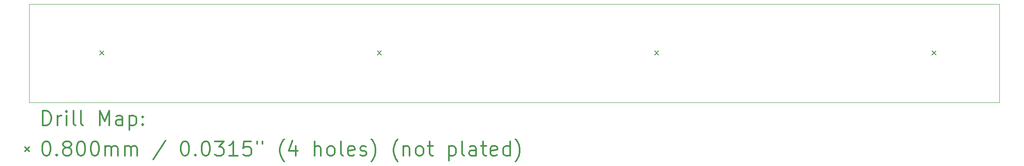
<source format=gbr>
%FSLAX45Y45*%
G04 Gerber Fmt 4.5, Leading zero omitted, Abs format (unit mm)*
G04 Created by KiCad (PCBNEW 5.1.10-88a1d61d58~88~ubuntu18.04.1) date 2021-09-30 10:21:13*
%MOMM*%
%LPD*%
G01*
G04 APERTURE LIST*
%TA.AperFunction,Profile*%
%ADD10C,0.100000*%
%TD*%
%ADD11C,0.200000*%
%ADD12C,0.300000*%
G04 APERTURE END LIST*
D10*
X22616200Y-5257800D02*
X22616200Y-7289800D01*
X2616200Y-5257800D02*
X22616200Y-5257800D01*
X2616200Y-7289800D02*
X2616200Y-5257800D01*
X22616200Y-7289800D02*
X2616200Y-7289800D01*
D11*
X4074800Y-6225600D02*
X4154800Y-6305600D01*
X4154800Y-6225600D02*
X4074800Y-6305600D01*
X9791800Y-6225600D02*
X9871800Y-6305600D01*
X9871800Y-6225600D02*
X9791800Y-6305600D01*
X15508800Y-6225600D02*
X15588800Y-6305600D01*
X15588800Y-6225600D02*
X15508800Y-6305600D01*
X21225800Y-6225600D02*
X21305800Y-6305600D01*
X21305800Y-6225600D02*
X21225800Y-6305600D01*
D12*
X2897628Y-7760514D02*
X2897628Y-7460514D01*
X2969057Y-7460514D01*
X3011914Y-7474800D01*
X3040486Y-7503371D01*
X3054771Y-7531943D01*
X3069057Y-7589086D01*
X3069057Y-7631943D01*
X3054771Y-7689086D01*
X3040486Y-7717657D01*
X3011914Y-7746229D01*
X2969057Y-7760514D01*
X2897628Y-7760514D01*
X3197628Y-7760514D02*
X3197628Y-7560514D01*
X3197628Y-7617657D02*
X3211914Y-7589086D01*
X3226200Y-7574800D01*
X3254771Y-7560514D01*
X3283343Y-7560514D01*
X3383343Y-7760514D02*
X3383343Y-7560514D01*
X3383343Y-7460514D02*
X3369057Y-7474800D01*
X3383343Y-7489086D01*
X3397628Y-7474800D01*
X3383343Y-7460514D01*
X3383343Y-7489086D01*
X3569057Y-7760514D02*
X3540486Y-7746229D01*
X3526200Y-7717657D01*
X3526200Y-7460514D01*
X3726200Y-7760514D02*
X3697628Y-7746229D01*
X3683343Y-7717657D01*
X3683343Y-7460514D01*
X4069057Y-7760514D02*
X4069057Y-7460514D01*
X4169057Y-7674800D01*
X4269057Y-7460514D01*
X4269057Y-7760514D01*
X4540486Y-7760514D02*
X4540486Y-7603371D01*
X4526200Y-7574800D01*
X4497628Y-7560514D01*
X4440486Y-7560514D01*
X4411914Y-7574800D01*
X4540486Y-7746229D02*
X4511914Y-7760514D01*
X4440486Y-7760514D01*
X4411914Y-7746229D01*
X4397628Y-7717657D01*
X4397628Y-7689086D01*
X4411914Y-7660514D01*
X4440486Y-7646229D01*
X4511914Y-7646229D01*
X4540486Y-7631943D01*
X4683343Y-7560514D02*
X4683343Y-7860514D01*
X4683343Y-7574800D02*
X4711914Y-7560514D01*
X4769057Y-7560514D01*
X4797628Y-7574800D01*
X4811914Y-7589086D01*
X4826200Y-7617657D01*
X4826200Y-7703371D01*
X4811914Y-7731943D01*
X4797628Y-7746229D01*
X4769057Y-7760514D01*
X4711914Y-7760514D01*
X4683343Y-7746229D01*
X4954771Y-7731943D02*
X4969057Y-7746229D01*
X4954771Y-7760514D01*
X4940486Y-7746229D01*
X4954771Y-7731943D01*
X4954771Y-7760514D01*
X4954771Y-7574800D02*
X4969057Y-7589086D01*
X4954771Y-7603371D01*
X4940486Y-7589086D01*
X4954771Y-7574800D01*
X4954771Y-7603371D01*
X2531200Y-8214800D02*
X2611200Y-8294800D01*
X2611200Y-8214800D02*
X2531200Y-8294800D01*
X2954771Y-8090514D02*
X2983343Y-8090514D01*
X3011914Y-8104800D01*
X3026200Y-8119086D01*
X3040486Y-8147657D01*
X3054771Y-8204800D01*
X3054771Y-8276229D01*
X3040486Y-8333371D01*
X3026200Y-8361943D01*
X3011914Y-8376229D01*
X2983343Y-8390514D01*
X2954771Y-8390514D01*
X2926200Y-8376229D01*
X2911914Y-8361943D01*
X2897628Y-8333371D01*
X2883343Y-8276229D01*
X2883343Y-8204800D01*
X2897628Y-8147657D01*
X2911914Y-8119086D01*
X2926200Y-8104800D01*
X2954771Y-8090514D01*
X3183343Y-8361943D02*
X3197628Y-8376229D01*
X3183343Y-8390514D01*
X3169057Y-8376229D01*
X3183343Y-8361943D01*
X3183343Y-8390514D01*
X3369057Y-8219086D02*
X3340486Y-8204800D01*
X3326200Y-8190514D01*
X3311914Y-8161943D01*
X3311914Y-8147657D01*
X3326200Y-8119086D01*
X3340486Y-8104800D01*
X3369057Y-8090514D01*
X3426200Y-8090514D01*
X3454771Y-8104800D01*
X3469057Y-8119086D01*
X3483343Y-8147657D01*
X3483343Y-8161943D01*
X3469057Y-8190514D01*
X3454771Y-8204800D01*
X3426200Y-8219086D01*
X3369057Y-8219086D01*
X3340486Y-8233371D01*
X3326200Y-8247657D01*
X3311914Y-8276229D01*
X3311914Y-8333371D01*
X3326200Y-8361943D01*
X3340486Y-8376229D01*
X3369057Y-8390514D01*
X3426200Y-8390514D01*
X3454771Y-8376229D01*
X3469057Y-8361943D01*
X3483343Y-8333371D01*
X3483343Y-8276229D01*
X3469057Y-8247657D01*
X3454771Y-8233371D01*
X3426200Y-8219086D01*
X3669057Y-8090514D02*
X3697628Y-8090514D01*
X3726200Y-8104800D01*
X3740486Y-8119086D01*
X3754771Y-8147657D01*
X3769057Y-8204800D01*
X3769057Y-8276229D01*
X3754771Y-8333371D01*
X3740486Y-8361943D01*
X3726200Y-8376229D01*
X3697628Y-8390514D01*
X3669057Y-8390514D01*
X3640486Y-8376229D01*
X3626200Y-8361943D01*
X3611914Y-8333371D01*
X3597628Y-8276229D01*
X3597628Y-8204800D01*
X3611914Y-8147657D01*
X3626200Y-8119086D01*
X3640486Y-8104800D01*
X3669057Y-8090514D01*
X3954771Y-8090514D02*
X3983343Y-8090514D01*
X4011914Y-8104800D01*
X4026200Y-8119086D01*
X4040486Y-8147657D01*
X4054771Y-8204800D01*
X4054771Y-8276229D01*
X4040486Y-8333371D01*
X4026200Y-8361943D01*
X4011914Y-8376229D01*
X3983343Y-8390514D01*
X3954771Y-8390514D01*
X3926200Y-8376229D01*
X3911914Y-8361943D01*
X3897628Y-8333371D01*
X3883343Y-8276229D01*
X3883343Y-8204800D01*
X3897628Y-8147657D01*
X3911914Y-8119086D01*
X3926200Y-8104800D01*
X3954771Y-8090514D01*
X4183343Y-8390514D02*
X4183343Y-8190514D01*
X4183343Y-8219086D02*
X4197628Y-8204800D01*
X4226200Y-8190514D01*
X4269057Y-8190514D01*
X4297628Y-8204800D01*
X4311914Y-8233371D01*
X4311914Y-8390514D01*
X4311914Y-8233371D02*
X4326200Y-8204800D01*
X4354771Y-8190514D01*
X4397628Y-8190514D01*
X4426200Y-8204800D01*
X4440486Y-8233371D01*
X4440486Y-8390514D01*
X4583343Y-8390514D02*
X4583343Y-8190514D01*
X4583343Y-8219086D02*
X4597628Y-8204800D01*
X4626200Y-8190514D01*
X4669057Y-8190514D01*
X4697628Y-8204800D01*
X4711914Y-8233371D01*
X4711914Y-8390514D01*
X4711914Y-8233371D02*
X4726200Y-8204800D01*
X4754771Y-8190514D01*
X4797628Y-8190514D01*
X4826200Y-8204800D01*
X4840486Y-8233371D01*
X4840486Y-8390514D01*
X5426200Y-8076229D02*
X5169057Y-8461943D01*
X5811914Y-8090514D02*
X5840486Y-8090514D01*
X5869057Y-8104800D01*
X5883343Y-8119086D01*
X5897628Y-8147657D01*
X5911914Y-8204800D01*
X5911914Y-8276229D01*
X5897628Y-8333371D01*
X5883343Y-8361943D01*
X5869057Y-8376229D01*
X5840486Y-8390514D01*
X5811914Y-8390514D01*
X5783343Y-8376229D01*
X5769057Y-8361943D01*
X5754771Y-8333371D01*
X5740486Y-8276229D01*
X5740486Y-8204800D01*
X5754771Y-8147657D01*
X5769057Y-8119086D01*
X5783343Y-8104800D01*
X5811914Y-8090514D01*
X6040486Y-8361943D02*
X6054771Y-8376229D01*
X6040486Y-8390514D01*
X6026200Y-8376229D01*
X6040486Y-8361943D01*
X6040486Y-8390514D01*
X6240486Y-8090514D02*
X6269057Y-8090514D01*
X6297628Y-8104800D01*
X6311914Y-8119086D01*
X6326200Y-8147657D01*
X6340486Y-8204800D01*
X6340486Y-8276229D01*
X6326200Y-8333371D01*
X6311914Y-8361943D01*
X6297628Y-8376229D01*
X6269057Y-8390514D01*
X6240486Y-8390514D01*
X6211914Y-8376229D01*
X6197628Y-8361943D01*
X6183343Y-8333371D01*
X6169057Y-8276229D01*
X6169057Y-8204800D01*
X6183343Y-8147657D01*
X6197628Y-8119086D01*
X6211914Y-8104800D01*
X6240486Y-8090514D01*
X6440486Y-8090514D02*
X6626200Y-8090514D01*
X6526200Y-8204800D01*
X6569057Y-8204800D01*
X6597628Y-8219086D01*
X6611914Y-8233371D01*
X6626200Y-8261943D01*
X6626200Y-8333371D01*
X6611914Y-8361943D01*
X6597628Y-8376229D01*
X6569057Y-8390514D01*
X6483343Y-8390514D01*
X6454771Y-8376229D01*
X6440486Y-8361943D01*
X6911914Y-8390514D02*
X6740486Y-8390514D01*
X6826200Y-8390514D02*
X6826200Y-8090514D01*
X6797628Y-8133371D01*
X6769057Y-8161943D01*
X6740486Y-8176229D01*
X7183343Y-8090514D02*
X7040486Y-8090514D01*
X7026200Y-8233371D01*
X7040486Y-8219086D01*
X7069057Y-8204800D01*
X7140486Y-8204800D01*
X7169057Y-8219086D01*
X7183343Y-8233371D01*
X7197628Y-8261943D01*
X7197628Y-8333371D01*
X7183343Y-8361943D01*
X7169057Y-8376229D01*
X7140486Y-8390514D01*
X7069057Y-8390514D01*
X7040486Y-8376229D01*
X7026200Y-8361943D01*
X7311914Y-8090514D02*
X7311914Y-8147657D01*
X7426200Y-8090514D02*
X7426200Y-8147657D01*
X7869057Y-8504800D02*
X7854771Y-8490514D01*
X7826200Y-8447657D01*
X7811914Y-8419086D01*
X7797628Y-8376229D01*
X7783343Y-8304800D01*
X7783343Y-8247657D01*
X7797628Y-8176229D01*
X7811914Y-8133371D01*
X7826200Y-8104800D01*
X7854771Y-8061943D01*
X7869057Y-8047657D01*
X8111914Y-8190514D02*
X8111914Y-8390514D01*
X8040486Y-8076229D02*
X7969057Y-8290514D01*
X8154771Y-8290514D01*
X8497628Y-8390514D02*
X8497628Y-8090514D01*
X8626200Y-8390514D02*
X8626200Y-8233371D01*
X8611914Y-8204800D01*
X8583343Y-8190514D01*
X8540486Y-8190514D01*
X8511914Y-8204800D01*
X8497628Y-8219086D01*
X8811914Y-8390514D02*
X8783343Y-8376229D01*
X8769057Y-8361943D01*
X8754771Y-8333371D01*
X8754771Y-8247657D01*
X8769057Y-8219086D01*
X8783343Y-8204800D01*
X8811914Y-8190514D01*
X8854771Y-8190514D01*
X8883343Y-8204800D01*
X8897628Y-8219086D01*
X8911914Y-8247657D01*
X8911914Y-8333371D01*
X8897628Y-8361943D01*
X8883343Y-8376229D01*
X8854771Y-8390514D01*
X8811914Y-8390514D01*
X9083343Y-8390514D02*
X9054771Y-8376229D01*
X9040486Y-8347657D01*
X9040486Y-8090514D01*
X9311914Y-8376229D02*
X9283343Y-8390514D01*
X9226200Y-8390514D01*
X9197628Y-8376229D01*
X9183343Y-8347657D01*
X9183343Y-8233371D01*
X9197628Y-8204800D01*
X9226200Y-8190514D01*
X9283343Y-8190514D01*
X9311914Y-8204800D01*
X9326200Y-8233371D01*
X9326200Y-8261943D01*
X9183343Y-8290514D01*
X9440486Y-8376229D02*
X9469057Y-8390514D01*
X9526200Y-8390514D01*
X9554771Y-8376229D01*
X9569057Y-8347657D01*
X9569057Y-8333371D01*
X9554771Y-8304800D01*
X9526200Y-8290514D01*
X9483343Y-8290514D01*
X9454771Y-8276229D01*
X9440486Y-8247657D01*
X9440486Y-8233371D01*
X9454771Y-8204800D01*
X9483343Y-8190514D01*
X9526200Y-8190514D01*
X9554771Y-8204800D01*
X9669057Y-8504800D02*
X9683343Y-8490514D01*
X9711914Y-8447657D01*
X9726200Y-8419086D01*
X9740486Y-8376229D01*
X9754771Y-8304800D01*
X9754771Y-8247657D01*
X9740486Y-8176229D01*
X9726200Y-8133371D01*
X9711914Y-8104800D01*
X9683343Y-8061943D01*
X9669057Y-8047657D01*
X10211914Y-8504800D02*
X10197628Y-8490514D01*
X10169057Y-8447657D01*
X10154771Y-8419086D01*
X10140486Y-8376229D01*
X10126200Y-8304800D01*
X10126200Y-8247657D01*
X10140486Y-8176229D01*
X10154771Y-8133371D01*
X10169057Y-8104800D01*
X10197628Y-8061943D01*
X10211914Y-8047657D01*
X10326200Y-8190514D02*
X10326200Y-8390514D01*
X10326200Y-8219086D02*
X10340486Y-8204800D01*
X10369057Y-8190514D01*
X10411914Y-8190514D01*
X10440486Y-8204800D01*
X10454771Y-8233371D01*
X10454771Y-8390514D01*
X10640486Y-8390514D02*
X10611914Y-8376229D01*
X10597628Y-8361943D01*
X10583343Y-8333371D01*
X10583343Y-8247657D01*
X10597628Y-8219086D01*
X10611914Y-8204800D01*
X10640486Y-8190514D01*
X10683343Y-8190514D01*
X10711914Y-8204800D01*
X10726200Y-8219086D01*
X10740486Y-8247657D01*
X10740486Y-8333371D01*
X10726200Y-8361943D01*
X10711914Y-8376229D01*
X10683343Y-8390514D01*
X10640486Y-8390514D01*
X10826200Y-8190514D02*
X10940486Y-8190514D01*
X10869057Y-8090514D02*
X10869057Y-8347657D01*
X10883343Y-8376229D01*
X10911914Y-8390514D01*
X10940486Y-8390514D01*
X11269057Y-8190514D02*
X11269057Y-8490514D01*
X11269057Y-8204800D02*
X11297628Y-8190514D01*
X11354771Y-8190514D01*
X11383343Y-8204800D01*
X11397628Y-8219086D01*
X11411914Y-8247657D01*
X11411914Y-8333371D01*
X11397628Y-8361943D01*
X11383343Y-8376229D01*
X11354771Y-8390514D01*
X11297628Y-8390514D01*
X11269057Y-8376229D01*
X11583343Y-8390514D02*
X11554771Y-8376229D01*
X11540486Y-8347657D01*
X11540486Y-8090514D01*
X11826200Y-8390514D02*
X11826200Y-8233371D01*
X11811914Y-8204800D01*
X11783343Y-8190514D01*
X11726200Y-8190514D01*
X11697628Y-8204800D01*
X11826200Y-8376229D02*
X11797628Y-8390514D01*
X11726200Y-8390514D01*
X11697628Y-8376229D01*
X11683343Y-8347657D01*
X11683343Y-8319086D01*
X11697628Y-8290514D01*
X11726200Y-8276229D01*
X11797628Y-8276229D01*
X11826200Y-8261943D01*
X11926200Y-8190514D02*
X12040486Y-8190514D01*
X11969057Y-8090514D02*
X11969057Y-8347657D01*
X11983343Y-8376229D01*
X12011914Y-8390514D01*
X12040486Y-8390514D01*
X12254771Y-8376229D02*
X12226200Y-8390514D01*
X12169057Y-8390514D01*
X12140486Y-8376229D01*
X12126200Y-8347657D01*
X12126200Y-8233371D01*
X12140486Y-8204800D01*
X12169057Y-8190514D01*
X12226200Y-8190514D01*
X12254771Y-8204800D01*
X12269057Y-8233371D01*
X12269057Y-8261943D01*
X12126200Y-8290514D01*
X12526200Y-8390514D02*
X12526200Y-8090514D01*
X12526200Y-8376229D02*
X12497628Y-8390514D01*
X12440486Y-8390514D01*
X12411914Y-8376229D01*
X12397628Y-8361943D01*
X12383343Y-8333371D01*
X12383343Y-8247657D01*
X12397628Y-8219086D01*
X12411914Y-8204800D01*
X12440486Y-8190514D01*
X12497628Y-8190514D01*
X12526200Y-8204800D01*
X12640486Y-8504800D02*
X12654771Y-8490514D01*
X12683343Y-8447657D01*
X12697628Y-8419086D01*
X12711914Y-8376229D01*
X12726200Y-8304800D01*
X12726200Y-8247657D01*
X12711914Y-8176229D01*
X12697628Y-8133371D01*
X12683343Y-8104800D01*
X12654771Y-8061943D01*
X12640486Y-8047657D01*
M02*

</source>
